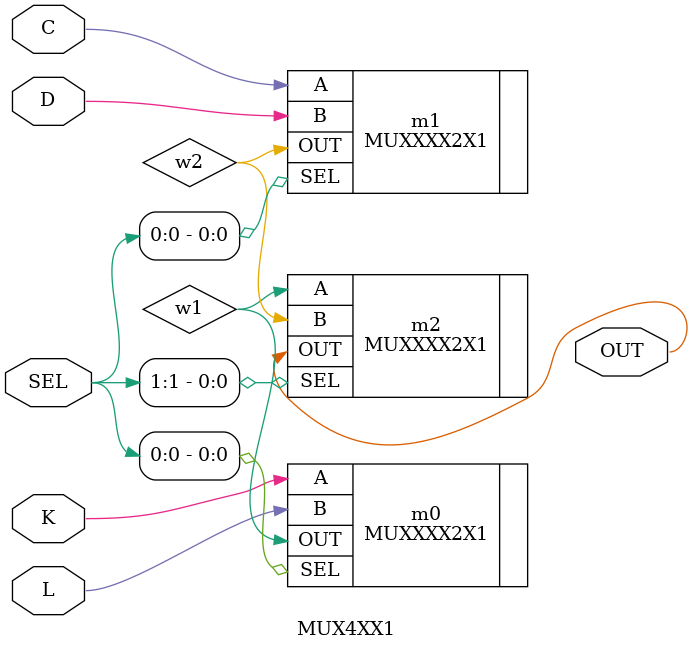
<source format=v>
module MUX4XX1 (K,L,C,D,SEL,OUT);
	input K,L,C,D;
	input [1:0] SEL;
	output OUT;
	wire w1,w2;
	MUXXXX2X1 m0 (.A(K),.B(L),.SEL(SEL[0]),.OUT(w1));
	MUXXXX2X1 m1 (.A(C),.B(D),.SEL(SEL[0]),.OUT(w2));
	MUXXXX2X1 m2 (.A(w1),.B(w2),.SEL(SEL[1]),.OUT(OUT));
endmodule : MUX4XX1
</source>
